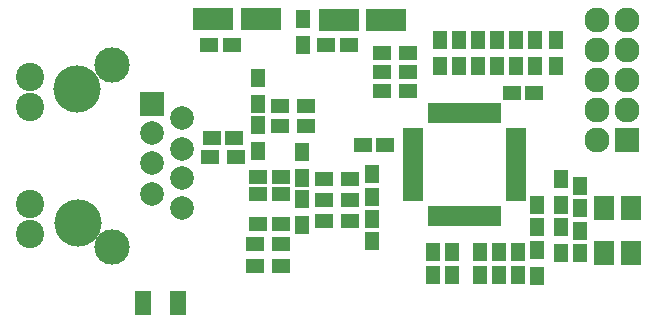
<source format=gbr>
G04 #@! TF.FileFunction,Soldermask,Top*
%FSLAX46Y46*%
G04 Gerber Fmt 4.6, Leading zero omitted, Abs format (unit mm)*
G04 Created by KiCad (PCBNEW (2016-08-24 BZR 7090, Git 532a5fb)-product) date 10/24/16 18:33:33*
%MOMM*%
%LPD*%
G01*
G04 APERTURE LIST*
%ADD10C,0.100000*%
%ADD11C,3.999180*%
%ADD12R,2.000000X2.000000*%
%ADD13C,2.000000*%
%ADD14C,2.400000*%
%ADD15C,3.000000*%
%ADD16R,1.150000X1.600000*%
%ADD17R,1.600000X1.150000*%
%ADD18R,3.399740X1.901140*%
%ADD19R,1.400000X2.000000*%
%ADD20R,1.700000X0.650000*%
%ADD21R,0.650000X1.700000*%
%ADD22R,1.300000X1.600000*%
%ADD23R,1.600000X1.300000*%
%ADD24R,2.127200X2.127200*%
%ADD25O,2.127200X2.127200*%
%ADD26R,1.700000X2.000000*%
G04 APERTURE END LIST*
D10*
D11*
X140498920Y-118199760D03*
X140450660Y-106800240D03*
D12*
X146800660Y-108100720D03*
D13*
X149350820Y-109299600D03*
X146800660Y-110600080D03*
X149350820Y-111900560D03*
X146800660Y-113099440D03*
X149350820Y-114399920D03*
X146800660Y-115700400D03*
X149350820Y-116899280D03*
D14*
X136450160Y-105850280D03*
X136450160Y-108400440D03*
X136450160Y-116599560D03*
X136450160Y-119149720D03*
D15*
X143450400Y-104849520D03*
X143450400Y-120249540D03*
D16*
X183000000Y-118850000D03*
X183000000Y-120750000D03*
D17*
X177250000Y-107200000D03*
X179150000Y-107200000D03*
D16*
X183000000Y-116950000D03*
X183000000Y-115050000D03*
D18*
X166598980Y-101000000D03*
X162601020Y-101000000D03*
D16*
X179400000Y-118550000D03*
X179400000Y-116650000D03*
D17*
X157700000Y-115750000D03*
X155800000Y-115750000D03*
X157700000Y-114250000D03*
X155800000Y-114250000D03*
D16*
X176200000Y-120650000D03*
X176200000Y-122550000D03*
D18*
X152001020Y-100900000D03*
X155998980Y-100900000D03*
D16*
X177800000Y-120650000D03*
X177800000Y-122550000D03*
D17*
X157700000Y-118250000D03*
X155800000Y-118250000D03*
X166550000Y-111600000D03*
X164650000Y-111600000D03*
D19*
X149000000Y-125000000D03*
X146000000Y-125000000D03*
D17*
X151850000Y-111000000D03*
X153750000Y-111000000D03*
D16*
X165400000Y-114050000D03*
X165400000Y-115950000D03*
X165400000Y-117850000D03*
X165400000Y-119750000D03*
X170600000Y-120650000D03*
X170600000Y-122550000D03*
X172200000Y-120650000D03*
X172200000Y-122550000D03*
X174600000Y-120650000D03*
X174600000Y-122550000D03*
D20*
X168900000Y-110500000D03*
X168900000Y-111000000D03*
X168900000Y-111500000D03*
X168900000Y-112000000D03*
X168900000Y-112500000D03*
X168900000Y-113000000D03*
X168900000Y-113500000D03*
X168900000Y-114000000D03*
X168900000Y-114500000D03*
X168900000Y-115000000D03*
X168900000Y-115500000D03*
X168900000Y-116000000D03*
D21*
X170500000Y-117600000D03*
X171000000Y-117600000D03*
X171500000Y-117600000D03*
X172000000Y-117600000D03*
X172500000Y-117600000D03*
X173000000Y-117600000D03*
X173500000Y-117600000D03*
X174000000Y-117600000D03*
X174500000Y-117600000D03*
X175000000Y-117600000D03*
X175500000Y-117600000D03*
X176000000Y-117600000D03*
D20*
X177600000Y-116000000D03*
X177600000Y-115500000D03*
X177600000Y-115000000D03*
X177600000Y-114500000D03*
X177600000Y-114000000D03*
X177600000Y-113500000D03*
X177600000Y-113000000D03*
X177600000Y-112500000D03*
X177600000Y-112000000D03*
X177600000Y-111500000D03*
X177600000Y-111000000D03*
X177600000Y-110500000D03*
D21*
X176000000Y-108900000D03*
X175500000Y-108900000D03*
X175000000Y-108900000D03*
X174500000Y-108900000D03*
X174000000Y-108900000D03*
X173500000Y-108900000D03*
X173000000Y-108900000D03*
X172500000Y-108900000D03*
X172000000Y-108900000D03*
X171500000Y-108900000D03*
X171000000Y-108900000D03*
X170500000Y-108900000D03*
D22*
X159600000Y-103100000D03*
X159600000Y-100900000D03*
X181400000Y-120700000D03*
X181400000Y-118500000D03*
X179200000Y-104900000D03*
X179200000Y-102700000D03*
X181400000Y-114500000D03*
X181400000Y-116700000D03*
D23*
X166230552Y-106975744D03*
X168430552Y-106975744D03*
X166230552Y-105375744D03*
X168430552Y-105375744D03*
X166230552Y-103775744D03*
X168430552Y-103775744D03*
D22*
X179400000Y-122700000D03*
X179400000Y-120500000D03*
X177600000Y-102700000D03*
X177600000Y-104900000D03*
X176000000Y-102700000D03*
X176000000Y-104900000D03*
X174400000Y-102700000D03*
X174400000Y-104900000D03*
X172800000Y-102700000D03*
X172800000Y-104900000D03*
X171200000Y-102700000D03*
X171200000Y-104900000D03*
D23*
X163600000Y-118000000D03*
X161400000Y-118000000D03*
X159850000Y-110000000D03*
X157650000Y-110000000D03*
X159850000Y-108250000D03*
X157650000Y-108250000D03*
X163600000Y-116250000D03*
X161400000Y-116250000D03*
X163600000Y-114500000D03*
X161400000Y-114500000D03*
X157700000Y-121800000D03*
X155500000Y-121800000D03*
X157700000Y-120000000D03*
X155500000Y-120000000D03*
D22*
X155750000Y-112100000D03*
X155750000Y-109900000D03*
X159500000Y-116150000D03*
X159500000Y-118350000D03*
X155750000Y-105900000D03*
X155750000Y-108100000D03*
X159500000Y-114350000D03*
X159500000Y-112150000D03*
D23*
X153900000Y-112600000D03*
X151700000Y-112600000D03*
D22*
X181000000Y-102700000D03*
X181000000Y-104900000D03*
D24*
X187000000Y-111160000D03*
D25*
X184460000Y-111160000D03*
X187000000Y-108620000D03*
X184460000Y-108620000D03*
X187000000Y-106080000D03*
X184460000Y-106080000D03*
X187000000Y-103540000D03*
X184460000Y-103540000D03*
X187000000Y-101000000D03*
X184460000Y-101000000D03*
D26*
X185050000Y-120700000D03*
X187350000Y-120700000D03*
X185050000Y-116900000D03*
X187350000Y-116900000D03*
D17*
X161550000Y-103100000D03*
X163450000Y-103100000D03*
X153550000Y-103100000D03*
X151650000Y-103100000D03*
M02*

</source>
